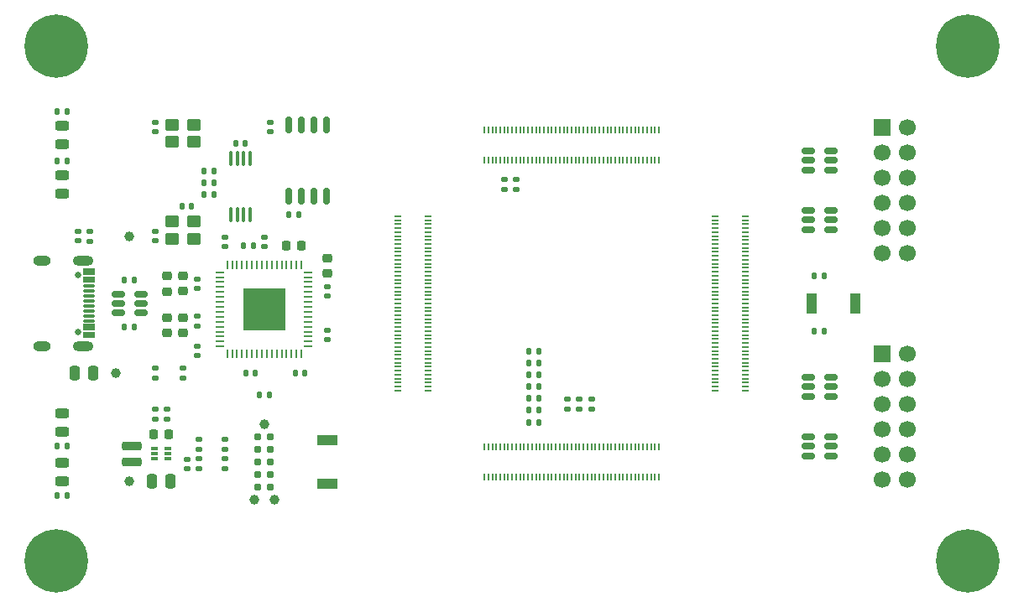
<source format=gts>
G04 #@! TF.GenerationSoftware,KiCad,Pcbnew,9.0.2*
G04 #@! TF.CreationDate,2025-06-25T17:31:32+02:00*
G04 #@! TF.ProjectId,nuku-carrier-template-basic,6e756b75-2d63-4617-9272-6965722d7465,0*
G04 #@! TF.SameCoordinates,Original*
G04 #@! TF.FileFunction,Soldermask,Top*
G04 #@! TF.FilePolarity,Negative*
%FSLAX46Y46*%
G04 Gerber Fmt 4.6, Leading zero omitted, Abs format (unit mm)*
G04 Created by KiCad (PCBNEW 9.0.2) date 2025-06-25 17:31:32*
%MOMM*%
%LPD*%
G01*
G04 APERTURE LIST*
G04 Aperture macros list*
%AMRoundRect*
0 Rectangle with rounded corners*
0 $1 Rounding radius*
0 $2 $3 $4 $5 $6 $7 $8 $9 X,Y pos of 4 corners*
0 Add a 4 corners polygon primitive as box body*
4,1,4,$2,$3,$4,$5,$6,$7,$8,$9,$2,$3,0*
0 Add four circle primitives for the rounded corners*
1,1,$1+$1,$2,$3*
1,1,$1+$1,$4,$5*
1,1,$1+$1,$6,$7*
1,1,$1+$1,$8,$9*
0 Add four rect primitives between the rounded corners*
20,1,$1+$1,$2,$3,$4,$5,0*
20,1,$1+$1,$4,$5,$6,$7,0*
20,1,$1+$1,$6,$7,$8,$9,0*
20,1,$1+$1,$8,$9,$2,$3,0*%
G04 Aperture macros list end*
%ADD10C,0.787400*%
%ADD11C,0.990600*%
%ADD12RoundRect,0.135000X0.135000X0.185000X-0.135000X0.185000X-0.135000X-0.185000X0.135000X-0.185000X0*%
%ADD13RoundRect,0.135000X0.185000X-0.135000X0.185000X0.135000X-0.185000X0.135000X-0.185000X-0.135000X0*%
%ADD14RoundRect,0.140000X-0.170000X0.140000X-0.170000X-0.140000X0.170000X-0.140000X0.170000X0.140000X0*%
%ADD15RoundRect,0.218750X0.256250X-0.218750X0.256250X0.218750X-0.256250X0.218750X-0.256250X-0.218750X0*%
%ADD16RoundRect,0.140000X0.170000X-0.140000X0.170000X0.140000X-0.170000X0.140000X-0.170000X-0.140000X0*%
%ADD17RoundRect,0.150000X-0.512500X-0.150000X0.512500X-0.150000X0.512500X0.150000X-0.512500X0.150000X0*%
%ADD18O,1.800000X1.000000*%
%ADD19O,2.100000X1.000000*%
%ADD20R,1.150000X0.300000*%
%ADD21RoundRect,0.049213X-0.525787X0.100787X-0.525787X-0.100787X0.525787X-0.100787X0.525787X0.100787X0*%
%ADD22C,0.650000*%
%ADD23C,1.000000*%
%ADD24RoundRect,0.218750X-0.256250X0.218750X-0.256250X-0.218750X0.256250X-0.218750X0.256250X0.218750X0*%
%ADD25RoundRect,0.162500X0.162500X-0.650000X0.162500X0.650000X-0.162500X0.650000X-0.162500X-0.650000X0*%
%ADD26RoundRect,0.100000X0.100000X-0.637500X0.100000X0.637500X-0.100000X0.637500X-0.100000X-0.637500X0*%
%ADD27RoundRect,0.135000X-0.135000X-0.185000X0.135000X-0.185000X0.135000X0.185000X-0.135000X0.185000X0*%
%ADD28RoundRect,0.225000X-0.250000X0.225000X-0.250000X-0.225000X0.250000X-0.225000X0.250000X0.225000X0*%
%ADD29RoundRect,0.243750X-0.456250X0.243750X-0.456250X-0.243750X0.456250X-0.243750X0.456250X0.243750X0*%
%ADD30RoundRect,0.140000X-0.140000X-0.170000X0.140000X-0.170000X0.140000X0.170000X-0.140000X0.170000X0*%
%ADD31RoundRect,0.225000X0.225000X0.250000X-0.225000X0.250000X-0.225000X-0.250000X0.225000X-0.250000X0*%
%ADD32RoundRect,0.050000X0.300000X-0.050000X0.300000X0.050000X-0.300000X0.050000X-0.300000X-0.050000X0*%
%ADD33RoundRect,0.243750X0.456250X-0.243750X0.456250X0.243750X-0.456250X0.243750X-0.456250X-0.243750X0*%
%ADD34C,3.600000*%
%ADD35C,6.400000*%
%ADD36RoundRect,0.050000X-0.050000X-0.300000X0.050000X-0.300000X0.050000X0.300000X-0.050000X0.300000X0*%
%ADD37RoundRect,0.050000X-0.300000X0.050000X-0.300000X-0.050000X0.300000X-0.050000X0.300000X0.050000X0*%
%ADD38RoundRect,0.250000X0.250000X0.475000X-0.250000X0.475000X-0.250000X-0.475000X0.250000X-0.475000X0*%
%ADD39RoundRect,0.050000X0.050000X0.300000X-0.050000X0.300000X-0.050000X-0.300000X0.050000X-0.300000X0*%
%ADD40RoundRect,0.135000X-0.185000X0.135000X-0.185000X-0.135000X0.185000X-0.135000X0.185000X0.135000X0*%
%ADD41RoundRect,0.250000X-0.450000X-0.350000X0.450000X-0.350000X0.450000X0.350000X-0.450000X0.350000X0*%
%ADD42RoundRect,0.062500X-0.337500X-0.062500X0.337500X-0.062500X0.337500X0.062500X-0.337500X0.062500X0*%
%ADD43RoundRect,0.062500X-0.062500X-0.337500X0.062500X-0.337500X0.062500X0.337500X-0.062500X0.337500X0*%
%ADD44R,4.350000X4.350000*%
%ADD45R,1.700000X1.700000*%
%ADD46C,1.700000*%
%ADD47R,2.000000X1.050000*%
%ADD48RoundRect,0.225000X0.250000X-0.225000X0.250000X0.225000X-0.250000X0.225000X-0.250000X-0.225000X0*%
%ADD49R,1.050000X2.000000*%
%ADD50RoundRect,0.212500X-0.787500X0.212500X-0.787500X-0.212500X0.787500X-0.212500X0.787500X0.212500X0*%
%ADD51RoundRect,0.250000X-0.250000X-0.475000X0.250000X-0.475000X0.250000X0.475000X-0.250000X0.475000X0*%
%ADD52RoundRect,0.087500X0.250000X0.087500X-0.250000X0.087500X-0.250000X-0.087500X0.250000X-0.087500X0*%
G04 APERTURE END LIST*
D10*
X118135000Y-118460000D03*
X118135000Y-119730000D03*
X118135000Y-121000000D03*
X118135000Y-122270000D03*
X118135000Y-123540000D03*
X116865000Y-123540000D03*
X116865000Y-122270000D03*
X116865000Y-121000000D03*
X116865000Y-119730000D03*
X116865000Y-118460000D03*
D11*
X116484000Y-124810000D03*
X118516000Y-124810000D03*
X117500000Y-117190000D03*
D12*
X116990000Y-114200000D03*
X118010000Y-114200000D03*
D13*
X113500000Y-120690000D03*
X113500000Y-121710000D03*
X113500000Y-118690000D03*
X113500000Y-119710000D03*
D14*
X110700000Y-110280000D03*
X110700000Y-109320000D03*
D15*
X107700000Y-106412500D03*
X107700000Y-107987500D03*
D16*
X117500000Y-98320000D03*
X117500000Y-99280000D03*
D17*
X105037500Y-104050000D03*
X105037500Y-105000000D03*
X105037500Y-105950000D03*
X102762500Y-105950000D03*
X102762500Y-105000000D03*
X102762500Y-104050000D03*
D18*
X95100000Y-109320000D03*
D19*
X99250000Y-109320000D03*
D18*
X95100000Y-100680000D03*
D19*
X99250000Y-100680000D03*
D20*
X99825000Y-101950000D03*
X99825000Y-102750000D03*
D21*
X99825000Y-106250000D03*
X99825000Y-104250000D03*
X99825000Y-105750000D03*
X99825000Y-106750000D03*
D20*
X99825000Y-107250000D03*
X99825000Y-108050000D03*
X99825000Y-108350000D03*
X99825000Y-107550000D03*
D21*
X99825000Y-103250000D03*
X99825000Y-105250000D03*
X99825000Y-104750000D03*
X99825000Y-103750000D03*
D20*
X99825000Y-102450000D03*
X99825000Y-101650000D03*
D22*
X98750000Y-107890000D03*
X98750000Y-102110000D03*
D12*
X103390000Y-107400000D03*
X104410000Y-107400000D03*
X103390000Y-102600000D03*
X104410000Y-102600000D03*
D23*
X103900000Y-123000000D03*
X102500000Y-112000000D03*
X103900000Y-98200000D03*
D14*
X118100000Y-87680000D03*
X118100000Y-86720000D03*
D24*
X107700000Y-102212500D03*
X107700000Y-103787500D03*
D17*
X172362500Y-89620000D03*
X172362500Y-90570000D03*
X172362500Y-91520000D03*
X174637500Y-91520000D03*
X174637500Y-90570000D03*
X174637500Y-89620000D03*
D13*
X150500000Y-115710000D03*
X150500000Y-114690000D03*
D25*
X119995000Y-94187500D03*
X121265000Y-94187500D03*
X122535000Y-94187500D03*
X123805000Y-94187500D03*
X123805000Y-87012500D03*
X122535000Y-87012500D03*
X121265000Y-87012500D03*
X119995000Y-87012500D03*
D26*
X114125000Y-96062500D03*
X114775000Y-96062500D03*
X115425000Y-96062500D03*
X116075000Y-96062500D03*
X116075000Y-90337500D03*
X115425000Y-90337500D03*
X114775000Y-90337500D03*
X114125000Y-90337500D03*
D16*
X110700000Y-103480000D03*
X110700000Y-102520000D03*
D12*
X145210000Y-112200000D03*
X144190000Y-112200000D03*
X97610000Y-119400000D03*
X96590000Y-119400000D03*
D27*
X144190000Y-114600000D03*
X145210000Y-114600000D03*
D28*
X109300000Y-106425000D03*
X109300000Y-107975000D03*
D29*
X97100000Y-92062500D03*
X97100000Y-93937500D03*
D30*
X109220000Y-95200000D03*
X110180000Y-95200000D03*
D31*
X121275000Y-99200000D03*
X119725000Y-99200000D03*
D13*
X99900000Y-98710000D03*
X99900000Y-97690000D03*
D32*
X134040000Y-96200000D03*
X134040000Y-96600000D03*
X134040000Y-97000000D03*
X134040000Y-97400000D03*
X134040000Y-97800000D03*
X134040000Y-98200000D03*
X134040000Y-98600000D03*
X134040000Y-99000000D03*
X134040000Y-99400000D03*
X134040000Y-99800000D03*
X134040000Y-100200000D03*
X134040000Y-100600000D03*
X134040000Y-101000000D03*
X134040000Y-101400000D03*
X134040000Y-101800000D03*
X134040000Y-102200000D03*
X134040000Y-102600000D03*
X134040000Y-103000000D03*
X134040000Y-103400000D03*
X134040000Y-103800000D03*
X134040000Y-104200000D03*
X134040000Y-104600000D03*
X134040000Y-105000000D03*
X134040000Y-105400000D03*
X134040000Y-105800000D03*
X134040000Y-106200000D03*
X134040000Y-106600000D03*
X134040000Y-107000000D03*
X134040000Y-107400000D03*
X134040000Y-107800000D03*
X134040000Y-108200000D03*
X134040000Y-108600000D03*
X134040000Y-109000000D03*
X134040000Y-109400000D03*
X134040000Y-109800000D03*
X134040000Y-110200000D03*
X134040000Y-110600000D03*
X134040000Y-111000000D03*
X134040000Y-111400000D03*
X134040000Y-111800000D03*
X134040000Y-112200000D03*
X134040000Y-112600000D03*
X134040000Y-113000000D03*
X134040000Y-113400000D03*
X134040000Y-113800000D03*
X130960000Y-113800000D03*
X130960000Y-113400000D03*
X130960000Y-113000000D03*
X130960000Y-112600000D03*
X130960000Y-112200000D03*
X130960000Y-111800000D03*
X130960000Y-111400000D03*
X130960000Y-111000000D03*
X130960000Y-110600000D03*
X130960000Y-110200000D03*
X130960000Y-109800000D03*
X130960000Y-109400000D03*
X130960000Y-109000000D03*
X130960000Y-108600000D03*
X130960000Y-108200000D03*
X130960000Y-107800000D03*
X130960000Y-107400000D03*
X130960000Y-107000000D03*
X130960000Y-106600000D03*
X130960000Y-106200000D03*
X130960000Y-105800000D03*
X130960000Y-105400000D03*
X130960000Y-105000000D03*
X130960000Y-104600000D03*
X130960000Y-104200000D03*
X130960000Y-103800000D03*
X130960000Y-103400000D03*
X130960000Y-103000000D03*
X130960000Y-102600000D03*
X130960000Y-102200000D03*
X130960000Y-101800000D03*
X130960000Y-101400000D03*
X130960000Y-101000000D03*
X130960000Y-100600000D03*
X130960000Y-100200000D03*
X130960000Y-99800000D03*
X130960000Y-99400000D03*
X130960000Y-99000000D03*
X130960000Y-98600000D03*
X130960000Y-98200000D03*
X130960000Y-97800000D03*
X130960000Y-97400000D03*
X130960000Y-97000000D03*
X130960000Y-96600000D03*
X130960000Y-96200000D03*
D33*
X97100000Y-122937500D03*
X97100000Y-121062500D03*
D14*
X123900000Y-107720000D03*
X123900000Y-108680000D03*
D12*
X174010000Y-102200000D03*
X172990000Y-102200000D03*
D34*
X96500000Y-131000000D03*
D35*
X96500000Y-131000000D03*
D12*
X112410000Y-94000000D03*
X111390000Y-94000000D03*
D34*
X188500000Y-79000000D03*
D35*
X188500000Y-79000000D03*
D36*
X157300000Y-90540000D03*
X156900000Y-90540000D03*
X156500000Y-90540000D03*
X156100000Y-90540000D03*
X155700000Y-90540000D03*
X155300000Y-90540000D03*
X154900000Y-90540000D03*
X154500000Y-90540000D03*
X154100000Y-90540000D03*
X153700000Y-90540000D03*
X153300000Y-90540000D03*
X152900000Y-90540000D03*
X152500000Y-90540000D03*
X152100000Y-90540000D03*
X151700000Y-90540000D03*
X151300000Y-90540000D03*
X150900000Y-90540000D03*
X150500000Y-90540000D03*
X150100000Y-90540000D03*
X149700000Y-90540000D03*
X149300000Y-90540000D03*
X148900000Y-90540000D03*
X148500000Y-90540000D03*
X148100000Y-90540000D03*
X147700000Y-90540000D03*
X147300000Y-90540000D03*
X146900000Y-90540000D03*
X146500000Y-90540000D03*
X146100000Y-90540000D03*
X145700000Y-90540000D03*
X145300000Y-90540000D03*
X144900000Y-90540000D03*
X144500000Y-90540000D03*
X144100000Y-90540000D03*
X143700000Y-90540000D03*
X143300000Y-90540000D03*
X142900000Y-90540000D03*
X142500000Y-90540000D03*
X142100000Y-90540000D03*
X141700000Y-90540000D03*
X141300000Y-90540000D03*
X140900000Y-90540000D03*
X140500000Y-90540000D03*
X140100000Y-90540000D03*
X139700000Y-90540000D03*
X139700000Y-87460000D03*
X140100000Y-87460000D03*
X140500000Y-87460000D03*
X140900000Y-87460000D03*
X141300000Y-87460000D03*
X141700000Y-87460000D03*
X142100000Y-87460000D03*
X142500000Y-87460000D03*
X142900000Y-87460000D03*
X143300000Y-87460000D03*
X143700000Y-87460000D03*
X144100000Y-87460000D03*
X144500000Y-87460000D03*
X144900000Y-87460000D03*
X145300000Y-87460000D03*
X145700000Y-87460000D03*
X146100000Y-87460000D03*
X146500000Y-87460000D03*
X146900000Y-87460000D03*
X147300000Y-87460000D03*
X147700000Y-87460000D03*
X148100000Y-87460000D03*
X148500000Y-87460000D03*
X148900000Y-87460000D03*
X149300000Y-87460000D03*
X149700000Y-87460000D03*
X150100000Y-87460000D03*
X150500000Y-87460000D03*
X150900000Y-87460000D03*
X151300000Y-87460000D03*
X151700000Y-87460000D03*
X152100000Y-87460000D03*
X152500000Y-87460000D03*
X152900000Y-87460000D03*
X153300000Y-87460000D03*
X153700000Y-87460000D03*
X154100000Y-87460000D03*
X154500000Y-87460000D03*
X154900000Y-87460000D03*
X155300000Y-87460000D03*
X155700000Y-87460000D03*
X156100000Y-87460000D03*
X156500000Y-87460000D03*
X156900000Y-87460000D03*
X157300000Y-87460000D03*
D12*
X145210000Y-109800000D03*
X144190000Y-109800000D03*
X97610000Y-124400000D03*
X96590000Y-124400000D03*
D37*
X162960000Y-113800000D03*
X162960000Y-113400000D03*
X162960000Y-113000000D03*
X162960000Y-112600000D03*
X162960000Y-112200000D03*
X162960000Y-111800000D03*
X162960000Y-111400000D03*
X162960000Y-111000000D03*
X162960000Y-110600000D03*
X162960000Y-110200000D03*
X162960000Y-109800000D03*
X162960000Y-109400000D03*
X162960000Y-109000000D03*
X162960000Y-108600000D03*
X162960000Y-108200000D03*
X162960000Y-107800000D03*
X162960000Y-107400000D03*
X162960000Y-107000000D03*
X162960000Y-106600000D03*
X162960000Y-106200000D03*
X162960000Y-105800000D03*
X162960000Y-105400000D03*
X162960000Y-105000000D03*
X162960000Y-104600000D03*
X162960000Y-104200000D03*
X162960000Y-103800000D03*
X162960000Y-103400000D03*
X162960000Y-103000000D03*
X162960000Y-102600000D03*
X162960000Y-102200000D03*
X162960000Y-101800000D03*
X162960000Y-101400000D03*
X162960000Y-101000000D03*
X162960000Y-100600000D03*
X162960000Y-100200000D03*
X162960000Y-99800000D03*
X162960000Y-99400000D03*
X162960000Y-99000000D03*
X162960000Y-98600000D03*
X162960000Y-98200000D03*
X162960000Y-97800000D03*
X162960000Y-97400000D03*
X162960000Y-97000000D03*
X162960000Y-96600000D03*
X162960000Y-96200000D03*
X166040000Y-96200000D03*
X166040000Y-96600000D03*
X166040000Y-97000000D03*
X166040000Y-97400000D03*
X166040000Y-97800000D03*
X166040000Y-98200000D03*
X166040000Y-98600000D03*
X166040000Y-99000000D03*
X166040000Y-99400000D03*
X166040000Y-99800000D03*
X166040000Y-100200000D03*
X166040000Y-100600000D03*
X166040000Y-101000000D03*
X166040000Y-101400000D03*
X166040000Y-101800000D03*
X166040000Y-102200000D03*
X166040000Y-102600000D03*
X166040000Y-103000000D03*
X166040000Y-103400000D03*
X166040000Y-103800000D03*
X166040000Y-104200000D03*
X166040000Y-104600000D03*
X166040000Y-105000000D03*
X166040000Y-105400000D03*
X166040000Y-105800000D03*
X166040000Y-106200000D03*
X166040000Y-106600000D03*
X166040000Y-107000000D03*
X166040000Y-107400000D03*
X166040000Y-107800000D03*
X166040000Y-108200000D03*
X166040000Y-108600000D03*
X166040000Y-109000000D03*
X166040000Y-109400000D03*
X166040000Y-109800000D03*
X166040000Y-110200000D03*
X166040000Y-110600000D03*
X166040000Y-111000000D03*
X166040000Y-111400000D03*
X166040000Y-111800000D03*
X166040000Y-112200000D03*
X166040000Y-112600000D03*
X166040000Y-113000000D03*
X166040000Y-113400000D03*
X166040000Y-113800000D03*
D28*
X123900000Y-100425000D03*
X123900000Y-101975000D03*
D38*
X100250000Y-112000000D03*
X98350000Y-112000000D03*
D34*
X96500000Y-79000000D03*
D35*
X96500000Y-79000000D03*
D12*
X121010000Y-96000000D03*
X119990000Y-96000000D03*
X112410000Y-91600000D03*
X111390000Y-91600000D03*
D16*
X123900000Y-104280000D03*
X123900000Y-103320000D03*
D17*
X172362500Y-95620000D03*
X172362500Y-96570000D03*
X172362500Y-97520000D03*
X174637500Y-97520000D03*
X174637500Y-96570000D03*
X174637500Y-95620000D03*
D39*
X139700000Y-119460000D03*
X140100000Y-119460000D03*
X140500000Y-119460000D03*
X140900000Y-119460000D03*
X141300000Y-119460000D03*
X141700000Y-119460000D03*
X142100000Y-119460000D03*
X142500000Y-119460000D03*
X142900000Y-119460000D03*
X143300000Y-119460000D03*
X143700000Y-119460000D03*
X144100000Y-119460000D03*
X144500000Y-119460000D03*
X144900000Y-119460000D03*
X145300000Y-119460000D03*
X145700000Y-119460000D03*
X146100000Y-119460000D03*
X146500000Y-119460000D03*
X146900000Y-119460000D03*
X147300000Y-119460000D03*
X147700000Y-119460000D03*
X148100000Y-119460000D03*
X148500000Y-119460000D03*
X148900000Y-119460000D03*
X149300000Y-119460000D03*
X149700000Y-119460000D03*
X150100000Y-119460000D03*
X150500000Y-119460000D03*
X150900000Y-119460000D03*
X151300000Y-119460000D03*
X151700000Y-119460000D03*
X152100000Y-119460000D03*
X152500000Y-119460000D03*
X152900000Y-119460000D03*
X153300000Y-119460000D03*
X153700000Y-119460000D03*
X154100000Y-119460000D03*
X154500000Y-119460000D03*
X154900000Y-119460000D03*
X155300000Y-119460000D03*
X155700000Y-119460000D03*
X156100000Y-119460000D03*
X156500000Y-119460000D03*
X156900000Y-119460000D03*
X157300000Y-119460000D03*
X157300000Y-122540000D03*
X156900000Y-122540000D03*
X156500000Y-122540000D03*
X156100000Y-122540000D03*
X155700000Y-122540000D03*
X155300000Y-122540000D03*
X154900000Y-122540000D03*
X154500000Y-122540000D03*
X154100000Y-122540000D03*
X153700000Y-122540000D03*
X153300000Y-122540000D03*
X152900000Y-122540000D03*
X152500000Y-122540000D03*
X152100000Y-122540000D03*
X151700000Y-122540000D03*
X151300000Y-122540000D03*
X150900000Y-122540000D03*
X150500000Y-122540000D03*
X150100000Y-122540000D03*
X149700000Y-122540000D03*
X149300000Y-122540000D03*
X148900000Y-122540000D03*
X148500000Y-122540000D03*
X148100000Y-122540000D03*
X147700000Y-122540000D03*
X147300000Y-122540000D03*
X146900000Y-122540000D03*
X146500000Y-122540000D03*
X146100000Y-122540000D03*
X145700000Y-122540000D03*
X145300000Y-122540000D03*
X144900000Y-122540000D03*
X144500000Y-122540000D03*
X144100000Y-122540000D03*
X143700000Y-122540000D03*
X143300000Y-122540000D03*
X142900000Y-122540000D03*
X142500000Y-122540000D03*
X142100000Y-122540000D03*
X141700000Y-122540000D03*
X141300000Y-122540000D03*
X140900000Y-122540000D03*
X140500000Y-122540000D03*
X140100000Y-122540000D03*
X139700000Y-122540000D03*
D30*
X114620000Y-88800000D03*
X115580000Y-88800000D03*
D29*
X97100000Y-87062500D03*
X97100000Y-88937500D03*
D14*
X106500000Y-97720000D03*
X106500000Y-98680000D03*
D40*
X109300000Y-111490000D03*
X109300000Y-112510000D03*
X142900000Y-92490000D03*
X142900000Y-93510000D03*
D17*
X172362500Y-118480000D03*
X172362500Y-119430000D03*
X172362500Y-120380000D03*
X174637500Y-120380000D03*
X174637500Y-119430000D03*
X174637500Y-118480000D03*
D14*
X110700000Y-106320000D03*
X110700000Y-107280000D03*
D13*
X149300000Y-115710000D03*
X149300000Y-114690000D03*
D41*
X108200000Y-88650000D03*
X110400000Y-88650000D03*
X110400000Y-86950000D03*
X108200000Y-86950000D03*
D12*
X97610000Y-90600000D03*
X96590000Y-90600000D03*
D30*
X120620000Y-112000000D03*
X121580000Y-112000000D03*
D14*
X106500000Y-86720000D03*
X106500000Y-87680000D03*
D27*
X144190000Y-117000000D03*
X145210000Y-117000000D03*
D40*
X106500000Y-111490000D03*
X106500000Y-112510000D03*
D42*
X113050000Y-101850000D03*
X113050000Y-102350000D03*
X113050000Y-102850000D03*
X113050000Y-103350000D03*
X113050000Y-103850000D03*
X113050000Y-104350000D03*
X113050000Y-104850000D03*
X113050000Y-105350000D03*
X113050000Y-105850000D03*
X113050000Y-106350000D03*
X113050000Y-106850000D03*
X113050000Y-107350000D03*
X113050000Y-107850000D03*
X113050000Y-108350000D03*
X113050000Y-108850000D03*
X113050000Y-109350000D03*
D43*
X113750000Y-110050000D03*
X114250000Y-110050000D03*
X114750000Y-110050000D03*
X115250000Y-110050000D03*
X115750000Y-110050000D03*
X116250000Y-110050000D03*
X116750000Y-110050000D03*
X117250000Y-110050000D03*
X117750000Y-110050000D03*
X118250000Y-110050000D03*
X118750000Y-110050000D03*
X119250000Y-110050000D03*
X119750000Y-110050000D03*
X120250000Y-110050000D03*
X120750000Y-110050000D03*
X121250000Y-110050000D03*
D42*
X121950000Y-109350000D03*
X121950000Y-108850000D03*
X121950000Y-108350000D03*
X121950000Y-107850000D03*
X121950000Y-107350000D03*
X121950000Y-106850000D03*
X121950000Y-106350000D03*
X121950000Y-105850000D03*
X121950000Y-105350000D03*
X121950000Y-104850000D03*
X121950000Y-104350000D03*
X121950000Y-103850000D03*
X121950000Y-103350000D03*
X121950000Y-102850000D03*
X121950000Y-102350000D03*
X121950000Y-101850000D03*
D43*
X121250000Y-101150000D03*
X120750000Y-101150000D03*
X120250000Y-101150000D03*
X119750000Y-101150000D03*
X119250000Y-101150000D03*
X118750000Y-101150000D03*
X118250000Y-101150000D03*
X117750000Y-101150000D03*
X117250000Y-101150000D03*
X116750000Y-101150000D03*
X116250000Y-101150000D03*
X115750000Y-101150000D03*
X115250000Y-101150000D03*
X114750000Y-101150000D03*
X114250000Y-101150000D03*
X113750000Y-101150000D03*
D44*
X117500000Y-105600000D03*
D27*
X144190000Y-113400000D03*
X145210000Y-113400000D03*
D17*
X172362500Y-112480000D03*
X172362500Y-113430000D03*
X172362500Y-114380000D03*
X174637500Y-114380000D03*
X174637500Y-113430000D03*
X174637500Y-112480000D03*
D33*
X97100000Y-117937500D03*
X97100000Y-116062500D03*
D12*
X174010000Y-107800000D03*
X172990000Y-107800000D03*
X97610000Y-85600000D03*
X96590000Y-85600000D03*
D13*
X148100000Y-115710000D03*
X148100000Y-114690000D03*
D45*
X179800000Y-110080000D03*
D46*
X179800000Y-112620000D03*
X179800000Y-115160000D03*
X179800000Y-117700000D03*
X179800000Y-120240000D03*
X179800000Y-122780000D03*
X182340000Y-110080000D03*
X182340000Y-112620000D03*
X182340000Y-115160000D03*
X182340000Y-117700000D03*
X182340000Y-120240000D03*
X182340000Y-122780000D03*
D13*
X141700000Y-93510000D03*
X141700000Y-92490000D03*
D45*
X179800000Y-87220000D03*
D46*
X179800000Y-89760000D03*
X179800000Y-92300000D03*
X179800000Y-94840000D03*
X179800000Y-97380000D03*
X179800000Y-99920000D03*
X182340000Y-87220000D03*
X182340000Y-89760000D03*
X182340000Y-92300000D03*
X182340000Y-94840000D03*
X182340000Y-97380000D03*
X182340000Y-99920000D03*
D34*
X188500000Y-131000000D03*
D35*
X188500000Y-131000000D03*
D14*
X98700000Y-97720000D03*
X98700000Y-98680000D03*
D27*
X115390000Y-99200000D03*
X116410000Y-99200000D03*
D41*
X108200000Y-98450000D03*
X110400000Y-98450000D03*
X110400000Y-96750000D03*
X108200000Y-96750000D03*
D47*
X123900000Y-123225000D03*
X123900000Y-118775000D03*
D48*
X109300000Y-103775000D03*
X109300000Y-102225000D03*
D12*
X145210000Y-115800000D03*
X144190000Y-115800000D03*
D49*
X172675000Y-105000000D03*
X177125000Y-105000000D03*
D30*
X115620000Y-112000000D03*
X116580000Y-112000000D03*
D12*
X112410000Y-92800000D03*
X111390000Y-92800000D03*
D16*
X113500000Y-99280000D03*
X113500000Y-98320000D03*
D27*
X144190000Y-111000000D03*
X145210000Y-111000000D03*
D13*
X110900000Y-121710000D03*
X110900000Y-120690000D03*
X106500000Y-116710000D03*
X106500000Y-115690000D03*
D40*
X107700000Y-115690000D03*
X107700000Y-116710000D03*
D16*
X109700000Y-121680000D03*
X109700000Y-120720000D03*
D50*
X104100000Y-119375000D03*
X104100000Y-121025000D03*
D31*
X107875000Y-118200000D03*
X106325000Y-118200000D03*
D51*
X106150000Y-123000000D03*
X108050000Y-123000000D03*
D52*
X107812500Y-120700000D03*
X107812500Y-120200000D03*
X107812500Y-119700000D03*
X106387500Y-119700000D03*
X106387500Y-120200000D03*
X106387500Y-120700000D03*
D13*
X110900000Y-119710000D03*
X110900000Y-118690000D03*
M02*

</source>
